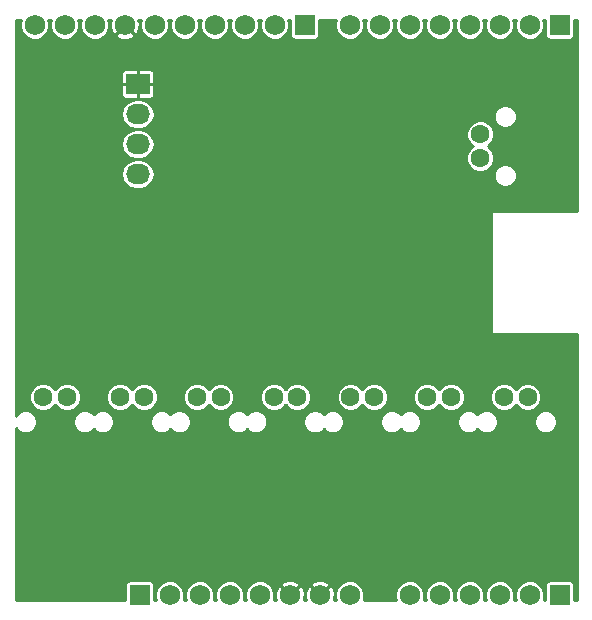
<source format=gbl>
G04 #@! TF.FileFunction,Copper,L2,Bot,Signal*
%FSLAX46Y46*%
G04 Gerber Fmt 4.6, Leading zero omitted, Abs format (unit mm)*
G04 Created by KiCad (PCBNEW 4.0.2-4+6225~38~ubuntu15.10.1-stable) date Mon 28 Mar 2016 16:33:14 BST*
%MOMM*%
G01*
G04 APERTURE LIST*
%ADD10C,0.100000*%
%ADD11R,1.727200X1.727200*%
%ADD12C,1.727200*%
%ADD13R,2.032000X1.727200*%
%ADD14O,2.032000X1.727200*%
%ADD15C,1.600000*%
%ADD16C,0.600000*%
%ADD17C,0.250000*%
%ADD18C,0.500000*%
G04 APERTURE END LIST*
D10*
D11*
X73660000Y-111760000D03*
D12*
X76200000Y-111760000D03*
X78740000Y-111760000D03*
X81280000Y-111760000D03*
X83820000Y-111760000D03*
X86360000Y-111760000D03*
X88900000Y-111760000D03*
X91440000Y-111760000D03*
D11*
X109220000Y-111760000D03*
D12*
X106680000Y-111760000D03*
X104140000Y-111760000D03*
X101600000Y-111760000D03*
X99060000Y-111760000D03*
X96520000Y-111760000D03*
D11*
X87630000Y-63500000D03*
D12*
X85090000Y-63500000D03*
X82550000Y-63500000D03*
X80010000Y-63500000D03*
X77470000Y-63500000D03*
X74930000Y-63500000D03*
X72390000Y-63500000D03*
X69850000Y-63500000D03*
X67310000Y-63500000D03*
X64770000Y-63500000D03*
D11*
X109220000Y-63500000D03*
D12*
X106680000Y-63500000D03*
X104140000Y-63500000D03*
X101600000Y-63500000D03*
X99060000Y-63500000D03*
X96520000Y-63500000D03*
X93980000Y-63500000D03*
X91440000Y-63500000D03*
D13*
X73500000Y-68500000D03*
D14*
X73500000Y-71040000D03*
X73500000Y-73580000D03*
X73500000Y-76120000D03*
D15*
X78500000Y-95000000D03*
X80500000Y-95000000D03*
X85000000Y-95000000D03*
X87000000Y-95000000D03*
X65500000Y-95000000D03*
X67500000Y-95000000D03*
X72000000Y-95000000D03*
X74000000Y-95000000D03*
X91500000Y-95000000D03*
X93500000Y-95000000D03*
X98000000Y-95000000D03*
X100000000Y-95000000D03*
X104500000Y-95000000D03*
X106500000Y-95000000D03*
X102500000Y-74750000D03*
X102500000Y-72750000D03*
D16*
X70000000Y-105000000D03*
X75000000Y-105000000D03*
X80000000Y-105000000D03*
X105000000Y-105000000D03*
X100000000Y-105000000D03*
X95000000Y-105000000D03*
X90000000Y-105000000D03*
X85000000Y-105000000D03*
X73500000Y-90500000D03*
X82500000Y-95500000D03*
X80000000Y-93000000D03*
X77500000Y-90500000D03*
X93500000Y-86500000D03*
X96000000Y-85000000D03*
X89000000Y-86500000D03*
X73500000Y-86500000D03*
X77500000Y-84250000D03*
X75500000Y-84500000D03*
X78000000Y-86500000D03*
X76000000Y-93000000D03*
X69000000Y-93000000D03*
X70500000Y-90500000D03*
X69500000Y-87500000D03*
X73000000Y-93000000D03*
X64500000Y-93000000D03*
X95000000Y-95000000D03*
X90000000Y-95000000D03*
X65000000Y-100000000D03*
X70000000Y-100000000D03*
X75000000Y-100000000D03*
X80000000Y-100000000D03*
X105000000Y-100000000D03*
X100000000Y-100000000D03*
X95000000Y-100000000D03*
X90000000Y-100000000D03*
X85000000Y-100000000D03*
X85000000Y-110000000D03*
X80000000Y-110000000D03*
X75000000Y-110000000D03*
X70000000Y-110000000D03*
X65000000Y-110000000D03*
X65000000Y-105000000D03*
X90000000Y-110000000D03*
X95000000Y-110000000D03*
X100000000Y-110000000D03*
X105000000Y-110000000D03*
X82500000Y-90000000D03*
X70000000Y-70000000D03*
X65000000Y-70000000D03*
X65000000Y-75000000D03*
X70000000Y-75000000D03*
X65000000Y-90000000D03*
X65000000Y-85000000D03*
X65000000Y-80000000D03*
X92500000Y-84250000D03*
X90000000Y-84500000D03*
X95000000Y-80000000D03*
X100000000Y-80000000D03*
X105000000Y-75000000D03*
X110000000Y-75000000D03*
X110000000Y-70000000D03*
X105000000Y-70000000D03*
X85000000Y-70000000D03*
X90000000Y-70000000D03*
X95000000Y-70000000D03*
X85000000Y-80000000D03*
X80000000Y-80000000D03*
X80000000Y-75000000D03*
X85000000Y-75000000D03*
X90000000Y-75000000D03*
X96250000Y-86750000D03*
X85500000Y-85500000D03*
X81250000Y-86750000D03*
X70750000Y-85500000D03*
X91000000Y-90000000D03*
X93000000Y-92000000D03*
X87500000Y-90000000D03*
X82500000Y-85000000D03*
X100000000Y-85000000D03*
X100000000Y-90000000D03*
X100000000Y-95000000D03*
X105000000Y-95000000D03*
D17*
X80000000Y-105000000D02*
X85000000Y-105000000D01*
X70000000Y-105000000D02*
X75000000Y-105000000D01*
X100000000Y-105000000D02*
X105000000Y-105000000D01*
X90000000Y-105000000D02*
X95000000Y-105000000D01*
D18*
X73500000Y-90500000D02*
X77500000Y-90500000D01*
X70500000Y-90500000D02*
X73500000Y-90500000D01*
X83000000Y-95000000D02*
X82500000Y-95500000D01*
X83000000Y-94500000D02*
X83000000Y-95000000D01*
X81500000Y-93000000D02*
X83000000Y-94500000D01*
X80000000Y-93000000D02*
X81500000Y-93000000D01*
X94500000Y-86500000D02*
X93500000Y-86500000D01*
D17*
X96000000Y-85000000D02*
X100000000Y-85000000D01*
D18*
X96000000Y-85000000D02*
X94500000Y-86500000D01*
X73500000Y-86500000D02*
X75500000Y-84500000D01*
X73000000Y-93000000D02*
X76000000Y-93000000D01*
X64500000Y-93000000D02*
X69000000Y-93000000D01*
X70500000Y-88500000D02*
X70500000Y-90500000D01*
X67500000Y-87500000D02*
X65000000Y-90000000D01*
X67500000Y-87500000D02*
X69500000Y-87500000D01*
X69500000Y-87500000D02*
X70500000Y-88500000D01*
X69000000Y-93000000D02*
X73000000Y-93000000D01*
X95000000Y-90000000D02*
X95000000Y-95000000D01*
X85000000Y-90000000D02*
X90000000Y-95000000D01*
X80000000Y-100000000D02*
X85000000Y-100000000D01*
D17*
X65000000Y-100000000D02*
X70000000Y-100000000D01*
X75000000Y-100000000D02*
X80000000Y-100000000D01*
D18*
X100000000Y-100000000D02*
X105000000Y-100000000D01*
X90000000Y-100000000D02*
X95000000Y-100000000D01*
D17*
X85000000Y-110000000D02*
X80000000Y-110000000D01*
X75000000Y-110000000D02*
X70000000Y-110000000D01*
X65000000Y-110000000D02*
X65000000Y-105000000D01*
X90000000Y-110000000D02*
X95000000Y-110000000D01*
X100000000Y-110000000D02*
X105000000Y-110000000D01*
X82500000Y-90000000D02*
X77000000Y-90000000D01*
X70000000Y-70000000D02*
X65000000Y-70000000D01*
X65000000Y-75000000D02*
X70000000Y-75000000D01*
X77000000Y-90000000D02*
X72500000Y-90000000D01*
X72500000Y-90000000D02*
X65000000Y-90000000D01*
X65000000Y-80000000D02*
X65000000Y-85000000D01*
X92500000Y-84250000D02*
X90250000Y-84250000D01*
X90250000Y-84250000D02*
X90000000Y-84500000D01*
X90000000Y-75000000D02*
X95000000Y-80000000D01*
X95000000Y-70000000D02*
X105000000Y-70000000D01*
X110000000Y-70000000D02*
X110000000Y-75000000D01*
X83500000Y-68500000D02*
X85000000Y-70000000D01*
X90000000Y-70000000D02*
X95000000Y-70000000D01*
X73500000Y-68500000D02*
X83500000Y-68500000D01*
X80000000Y-75000000D02*
X80000000Y-80000000D01*
X90000000Y-75000000D02*
X85000000Y-75000000D01*
X100000000Y-80000000D02*
X100000000Y-85000000D01*
X95000000Y-90000000D02*
X91000000Y-90000000D01*
X95000000Y-90000000D02*
X93000000Y-92000000D01*
X82500000Y-85000000D02*
X82500000Y-90000000D01*
X87500000Y-90000000D02*
X95000000Y-90000000D01*
X95000000Y-90000000D02*
X100000000Y-90000000D01*
X82500000Y-90000000D02*
X85000000Y-90000000D01*
X85000000Y-90000000D02*
X87500000Y-90000000D01*
G36*
X63531615Y-63252546D02*
X63531185Y-63745292D01*
X63719353Y-64200694D01*
X64067473Y-64549422D01*
X64522546Y-64738385D01*
X65015292Y-64738815D01*
X65470694Y-64550647D01*
X65819422Y-64202527D01*
X66008385Y-63747454D01*
X66008815Y-63254708D01*
X65924232Y-63050000D01*
X66155720Y-63050000D01*
X66071615Y-63252546D01*
X66071185Y-63745292D01*
X66259353Y-64200694D01*
X66607473Y-64549422D01*
X67062546Y-64738385D01*
X67555292Y-64738815D01*
X68010694Y-64550647D01*
X68359422Y-64202527D01*
X68548385Y-63747454D01*
X68548815Y-63254708D01*
X68464232Y-63050000D01*
X68695720Y-63050000D01*
X68611615Y-63252546D01*
X68611185Y-63745292D01*
X68799353Y-64200694D01*
X69147473Y-64549422D01*
X69602546Y-64738385D01*
X70095292Y-64738815D01*
X70550694Y-64550647D01*
X70766056Y-64335660D01*
X71561412Y-64335660D01*
X71645764Y-64532860D01*
X72097674Y-64739044D01*
X72594088Y-64756595D01*
X73059431Y-64582841D01*
X73134236Y-64532860D01*
X73218588Y-64335660D01*
X72390000Y-63507071D01*
X71561412Y-64335660D01*
X70766056Y-64335660D01*
X70899422Y-64202527D01*
X71088385Y-63747454D01*
X71088815Y-63254708D01*
X71004232Y-63050000D01*
X71222895Y-63050000D01*
X71150956Y-63207674D01*
X71133405Y-63704088D01*
X71307159Y-64169431D01*
X71357140Y-64244236D01*
X71554340Y-64328588D01*
X72382929Y-63500000D01*
X72368786Y-63485858D01*
X72375858Y-63478786D01*
X72390000Y-63492929D01*
X72404142Y-63478786D01*
X72411214Y-63485858D01*
X72397071Y-63500000D01*
X73225660Y-64328588D01*
X73422860Y-64244236D01*
X73629044Y-63792326D01*
X73646595Y-63295912D01*
X73554774Y-63050000D01*
X73775720Y-63050000D01*
X73691615Y-63252546D01*
X73691185Y-63745292D01*
X73879353Y-64200694D01*
X74227473Y-64549422D01*
X74682546Y-64738385D01*
X75175292Y-64738815D01*
X75630694Y-64550647D01*
X75979422Y-64202527D01*
X76168385Y-63747454D01*
X76168815Y-63254708D01*
X76084232Y-63050000D01*
X76315720Y-63050000D01*
X76231615Y-63252546D01*
X76231185Y-63745292D01*
X76419353Y-64200694D01*
X76767473Y-64549422D01*
X77222546Y-64738385D01*
X77715292Y-64738815D01*
X78170694Y-64550647D01*
X78519422Y-64202527D01*
X78708385Y-63747454D01*
X78708815Y-63254708D01*
X78624232Y-63050000D01*
X78855720Y-63050000D01*
X78771615Y-63252546D01*
X78771185Y-63745292D01*
X78959353Y-64200694D01*
X79307473Y-64549422D01*
X79762546Y-64738385D01*
X80255292Y-64738815D01*
X80710694Y-64550647D01*
X81059422Y-64202527D01*
X81248385Y-63747454D01*
X81248815Y-63254708D01*
X81164232Y-63050000D01*
X81395720Y-63050000D01*
X81311615Y-63252546D01*
X81311185Y-63745292D01*
X81499353Y-64200694D01*
X81847473Y-64549422D01*
X82302546Y-64738385D01*
X82795292Y-64738815D01*
X83250694Y-64550647D01*
X83599422Y-64202527D01*
X83788385Y-63747454D01*
X83788815Y-63254708D01*
X83704232Y-63050000D01*
X83935720Y-63050000D01*
X83851615Y-63252546D01*
X83851185Y-63745292D01*
X84039353Y-64200694D01*
X84387473Y-64549422D01*
X84842546Y-64738385D01*
X85335292Y-64738815D01*
X85790694Y-64550647D01*
X86139422Y-64202527D01*
X86328385Y-63747454D01*
X86328815Y-63254708D01*
X86244232Y-63050000D01*
X86384054Y-63050000D01*
X86384054Y-64363600D01*
X86410202Y-64502566D01*
X86492331Y-64630199D01*
X86617646Y-64715823D01*
X86766400Y-64745946D01*
X88493600Y-64745946D01*
X88632566Y-64719798D01*
X88760199Y-64637669D01*
X88845823Y-64512354D01*
X88875946Y-64363600D01*
X88875946Y-63050000D01*
X90285720Y-63050000D01*
X90201615Y-63252546D01*
X90201185Y-63745292D01*
X90389353Y-64200694D01*
X90737473Y-64549422D01*
X91192546Y-64738385D01*
X91685292Y-64738815D01*
X92140694Y-64550647D01*
X92489422Y-64202527D01*
X92678385Y-63747454D01*
X92678815Y-63254708D01*
X92594232Y-63050000D01*
X92825720Y-63050000D01*
X92741615Y-63252546D01*
X92741185Y-63745292D01*
X92929353Y-64200694D01*
X93277473Y-64549422D01*
X93732546Y-64738385D01*
X94225292Y-64738815D01*
X94680694Y-64550647D01*
X95029422Y-64202527D01*
X95218385Y-63747454D01*
X95218815Y-63254708D01*
X95134232Y-63050000D01*
X95365720Y-63050000D01*
X95281615Y-63252546D01*
X95281185Y-63745292D01*
X95469353Y-64200694D01*
X95817473Y-64549422D01*
X96272546Y-64738385D01*
X96765292Y-64738815D01*
X97220694Y-64550647D01*
X97569422Y-64202527D01*
X97758385Y-63747454D01*
X97758815Y-63254708D01*
X97674232Y-63050000D01*
X97905720Y-63050000D01*
X97821615Y-63252546D01*
X97821185Y-63745292D01*
X98009353Y-64200694D01*
X98357473Y-64549422D01*
X98812546Y-64738385D01*
X99305292Y-64738815D01*
X99760694Y-64550647D01*
X100109422Y-64202527D01*
X100298385Y-63747454D01*
X100298815Y-63254708D01*
X100214232Y-63050000D01*
X100445720Y-63050000D01*
X100361615Y-63252546D01*
X100361185Y-63745292D01*
X100549353Y-64200694D01*
X100897473Y-64549422D01*
X101352546Y-64738385D01*
X101845292Y-64738815D01*
X102300694Y-64550647D01*
X102649422Y-64202527D01*
X102838385Y-63747454D01*
X102838815Y-63254708D01*
X102754232Y-63050000D01*
X102985720Y-63050000D01*
X102901615Y-63252546D01*
X102901185Y-63745292D01*
X103089353Y-64200694D01*
X103437473Y-64549422D01*
X103892546Y-64738385D01*
X104385292Y-64738815D01*
X104840694Y-64550647D01*
X105189422Y-64202527D01*
X105378385Y-63747454D01*
X105378815Y-63254708D01*
X105294232Y-63050000D01*
X105525720Y-63050000D01*
X105441615Y-63252546D01*
X105441185Y-63745292D01*
X105629353Y-64200694D01*
X105977473Y-64549422D01*
X106432546Y-64738385D01*
X106925292Y-64738815D01*
X107380694Y-64550647D01*
X107729422Y-64202527D01*
X107918385Y-63747454D01*
X107918815Y-63254708D01*
X107834232Y-63050000D01*
X107974054Y-63050000D01*
X107974054Y-64363600D01*
X108000202Y-64502566D01*
X108082331Y-64630199D01*
X108207646Y-64715823D01*
X108356400Y-64745946D01*
X110083600Y-64745946D01*
X110222566Y-64719798D01*
X110350199Y-64637669D01*
X110435823Y-64512354D01*
X110465946Y-64363600D01*
X110465946Y-63050000D01*
X110650000Y-63050000D01*
X110650000Y-79250000D01*
X103505000Y-79250000D01*
X103456368Y-79259848D01*
X103415399Y-79287841D01*
X103388549Y-79329568D01*
X103380000Y-79375000D01*
X103380000Y-89535000D01*
X103389848Y-89583632D01*
X103417841Y-89624601D01*
X103459568Y-89651451D01*
X103505000Y-89660000D01*
X110650000Y-89660000D01*
X110650000Y-112150000D01*
X110465946Y-112150000D01*
X110465946Y-110896400D01*
X110439798Y-110757434D01*
X110357669Y-110629801D01*
X110232354Y-110544177D01*
X110083600Y-110514054D01*
X108356400Y-110514054D01*
X108217434Y-110540202D01*
X108089801Y-110622331D01*
X108004177Y-110747646D01*
X107974054Y-110896400D01*
X107974054Y-112150000D01*
X107859195Y-112150000D01*
X107918385Y-112007454D01*
X107918815Y-111514708D01*
X107730647Y-111059306D01*
X107382527Y-110710578D01*
X106927454Y-110521615D01*
X106434708Y-110521185D01*
X105979306Y-110709353D01*
X105630578Y-111057473D01*
X105441615Y-111512546D01*
X105441185Y-112005292D01*
X105500977Y-112150000D01*
X105319195Y-112150000D01*
X105378385Y-112007454D01*
X105378815Y-111514708D01*
X105190647Y-111059306D01*
X104842527Y-110710578D01*
X104387454Y-110521615D01*
X103894708Y-110521185D01*
X103439306Y-110709353D01*
X103090578Y-111057473D01*
X102901615Y-111512546D01*
X102901185Y-112005292D01*
X102960977Y-112150000D01*
X102779195Y-112150000D01*
X102838385Y-112007454D01*
X102838815Y-111514708D01*
X102650647Y-111059306D01*
X102302527Y-110710578D01*
X101847454Y-110521615D01*
X101354708Y-110521185D01*
X100899306Y-110709353D01*
X100550578Y-111057473D01*
X100361615Y-111512546D01*
X100361185Y-112005292D01*
X100420977Y-112150000D01*
X100239195Y-112150000D01*
X100298385Y-112007454D01*
X100298815Y-111514708D01*
X100110647Y-111059306D01*
X99762527Y-110710578D01*
X99307454Y-110521615D01*
X98814708Y-110521185D01*
X98359306Y-110709353D01*
X98010578Y-111057473D01*
X97821615Y-111512546D01*
X97821185Y-112005292D01*
X97880977Y-112150000D01*
X97699195Y-112150000D01*
X97758385Y-112007454D01*
X97758815Y-111514708D01*
X97570647Y-111059306D01*
X97222527Y-110710578D01*
X96767454Y-110521615D01*
X96274708Y-110521185D01*
X95819306Y-110709353D01*
X95470578Y-111057473D01*
X95281615Y-111512546D01*
X95281185Y-112005292D01*
X95340977Y-112150000D01*
X92619195Y-112150000D01*
X92678385Y-112007454D01*
X92678815Y-111514708D01*
X92490647Y-111059306D01*
X92142527Y-110710578D01*
X91687454Y-110521615D01*
X91194708Y-110521185D01*
X90739306Y-110709353D01*
X90390578Y-111057473D01*
X90201615Y-111512546D01*
X90201185Y-112005292D01*
X90260977Y-112150000D01*
X90094480Y-112150000D01*
X90139044Y-112052326D01*
X90156595Y-111555912D01*
X89982841Y-111090569D01*
X89932860Y-111015764D01*
X89735660Y-110931412D01*
X88907071Y-111760000D01*
X88921214Y-111774143D01*
X88914143Y-111781214D01*
X88900000Y-111767071D01*
X88885858Y-111781214D01*
X88878787Y-111774143D01*
X88892929Y-111760000D01*
X88064340Y-110931412D01*
X87867140Y-111015764D01*
X87660956Y-111467674D01*
X87643405Y-111964088D01*
X87712823Y-112150000D01*
X87554480Y-112150000D01*
X87599044Y-112052326D01*
X87616595Y-111555912D01*
X87442841Y-111090569D01*
X87392860Y-111015764D01*
X87195660Y-110931412D01*
X86367071Y-111760000D01*
X86381214Y-111774143D01*
X86374143Y-111781214D01*
X86360000Y-111767071D01*
X86345858Y-111781214D01*
X86338787Y-111774143D01*
X86352929Y-111760000D01*
X85524340Y-110931412D01*
X85327140Y-111015764D01*
X85120956Y-111467674D01*
X85103405Y-111964088D01*
X85172823Y-112150000D01*
X84999195Y-112150000D01*
X85058385Y-112007454D01*
X85058815Y-111514708D01*
X84870647Y-111059306D01*
X84735917Y-110924340D01*
X85531412Y-110924340D01*
X86360000Y-111752929D01*
X87188588Y-110924340D01*
X88071412Y-110924340D01*
X88900000Y-111752929D01*
X89728588Y-110924340D01*
X89644236Y-110727140D01*
X89192326Y-110520956D01*
X88695912Y-110503405D01*
X88230569Y-110677159D01*
X88155764Y-110727140D01*
X88071412Y-110924340D01*
X87188588Y-110924340D01*
X87104236Y-110727140D01*
X86652326Y-110520956D01*
X86155912Y-110503405D01*
X85690569Y-110677159D01*
X85615764Y-110727140D01*
X85531412Y-110924340D01*
X84735917Y-110924340D01*
X84522527Y-110710578D01*
X84067454Y-110521615D01*
X83574708Y-110521185D01*
X83119306Y-110709353D01*
X82770578Y-111057473D01*
X82581615Y-111512546D01*
X82581185Y-112005292D01*
X82640977Y-112150000D01*
X82459195Y-112150000D01*
X82518385Y-112007454D01*
X82518815Y-111514708D01*
X82330647Y-111059306D01*
X81982527Y-110710578D01*
X81527454Y-110521615D01*
X81034708Y-110521185D01*
X80579306Y-110709353D01*
X80230578Y-111057473D01*
X80041615Y-111512546D01*
X80041185Y-112005292D01*
X80100977Y-112150000D01*
X79919195Y-112150000D01*
X79978385Y-112007454D01*
X79978815Y-111514708D01*
X79790647Y-111059306D01*
X79442527Y-110710578D01*
X78987454Y-110521615D01*
X78494708Y-110521185D01*
X78039306Y-110709353D01*
X77690578Y-111057473D01*
X77501615Y-111512546D01*
X77501185Y-112005292D01*
X77560977Y-112150000D01*
X77379195Y-112150000D01*
X77438385Y-112007454D01*
X77438815Y-111514708D01*
X77250647Y-111059306D01*
X76902527Y-110710578D01*
X76447454Y-110521615D01*
X75954708Y-110521185D01*
X75499306Y-110709353D01*
X75150578Y-111057473D01*
X74961615Y-111512546D01*
X74961185Y-112005292D01*
X75020977Y-112150000D01*
X74905946Y-112150000D01*
X74905946Y-110896400D01*
X74879798Y-110757434D01*
X74797669Y-110629801D01*
X74672354Y-110544177D01*
X74523600Y-110514054D01*
X72796400Y-110514054D01*
X72657434Y-110540202D01*
X72529801Y-110622331D01*
X72444177Y-110747646D01*
X72414054Y-110896400D01*
X72414054Y-112150000D01*
X63150000Y-112150000D01*
X63150000Y-97596019D01*
X63172954Y-97651571D01*
X63446986Y-97926082D01*
X63805210Y-98074830D01*
X64193089Y-98075169D01*
X64551571Y-97927046D01*
X64826082Y-97653014D01*
X64974830Y-97294790D01*
X64974831Y-97293089D01*
X68024831Y-97293089D01*
X68172954Y-97651571D01*
X68446986Y-97926082D01*
X68805210Y-98074830D01*
X69193089Y-98075169D01*
X69551571Y-97927046D01*
X69750106Y-97728858D01*
X69946986Y-97926082D01*
X70305210Y-98074830D01*
X70693089Y-98075169D01*
X71051571Y-97927046D01*
X71326082Y-97653014D01*
X71474830Y-97294790D01*
X71474831Y-97293089D01*
X74524831Y-97293089D01*
X74672954Y-97651571D01*
X74946986Y-97926082D01*
X75305210Y-98074830D01*
X75693089Y-98075169D01*
X76051571Y-97927046D01*
X76250106Y-97728858D01*
X76446986Y-97926082D01*
X76805210Y-98074830D01*
X77193089Y-98075169D01*
X77551571Y-97927046D01*
X77826082Y-97653014D01*
X77974830Y-97294790D01*
X77974831Y-97293089D01*
X81024831Y-97293089D01*
X81172954Y-97651571D01*
X81446986Y-97926082D01*
X81805210Y-98074830D01*
X82193089Y-98075169D01*
X82551571Y-97927046D01*
X82750106Y-97728858D01*
X82946986Y-97926082D01*
X83305210Y-98074830D01*
X83693089Y-98075169D01*
X84051571Y-97927046D01*
X84326082Y-97653014D01*
X84474830Y-97294790D01*
X84474831Y-97293089D01*
X87524831Y-97293089D01*
X87672954Y-97651571D01*
X87946986Y-97926082D01*
X88305210Y-98074830D01*
X88693089Y-98075169D01*
X89051571Y-97927046D01*
X89250106Y-97728858D01*
X89446986Y-97926082D01*
X89805210Y-98074830D01*
X90193089Y-98075169D01*
X90551571Y-97927046D01*
X90826082Y-97653014D01*
X90974830Y-97294790D01*
X90974831Y-97293089D01*
X94024831Y-97293089D01*
X94172954Y-97651571D01*
X94446986Y-97926082D01*
X94805210Y-98074830D01*
X95193089Y-98075169D01*
X95551571Y-97927046D01*
X95750106Y-97728858D01*
X95946986Y-97926082D01*
X96305210Y-98074830D01*
X96693089Y-98075169D01*
X97051571Y-97927046D01*
X97326082Y-97653014D01*
X97474830Y-97294790D01*
X97474831Y-97293089D01*
X100524831Y-97293089D01*
X100672954Y-97651571D01*
X100946986Y-97926082D01*
X101305210Y-98074830D01*
X101693089Y-98075169D01*
X102051571Y-97927046D01*
X102250106Y-97728858D01*
X102446986Y-97926082D01*
X102805210Y-98074830D01*
X103193089Y-98075169D01*
X103551571Y-97927046D01*
X103826082Y-97653014D01*
X103974830Y-97294790D01*
X103974831Y-97293089D01*
X107024831Y-97293089D01*
X107172954Y-97651571D01*
X107446986Y-97926082D01*
X107805210Y-98074830D01*
X108193089Y-98075169D01*
X108551571Y-97927046D01*
X108826082Y-97653014D01*
X108974830Y-97294790D01*
X108975169Y-96906911D01*
X108827046Y-96548429D01*
X108553014Y-96273918D01*
X108194790Y-96125170D01*
X107806911Y-96124831D01*
X107448429Y-96272954D01*
X107173918Y-96546986D01*
X107025170Y-96905210D01*
X107024831Y-97293089D01*
X103974831Y-97293089D01*
X103975169Y-96906911D01*
X103827046Y-96548429D01*
X103553014Y-96273918D01*
X103194790Y-96125170D01*
X102806911Y-96124831D01*
X102448429Y-96272954D01*
X102249894Y-96471142D01*
X102053014Y-96273918D01*
X101694790Y-96125170D01*
X101306911Y-96124831D01*
X100948429Y-96272954D01*
X100673918Y-96546986D01*
X100525170Y-96905210D01*
X100524831Y-97293089D01*
X97474831Y-97293089D01*
X97475169Y-96906911D01*
X97327046Y-96548429D01*
X97053014Y-96273918D01*
X96694790Y-96125170D01*
X96306911Y-96124831D01*
X95948429Y-96272954D01*
X95749894Y-96471142D01*
X95553014Y-96273918D01*
X95194790Y-96125170D01*
X94806911Y-96124831D01*
X94448429Y-96272954D01*
X94173918Y-96546986D01*
X94025170Y-96905210D01*
X94024831Y-97293089D01*
X90974831Y-97293089D01*
X90975169Y-96906911D01*
X90827046Y-96548429D01*
X90553014Y-96273918D01*
X90194790Y-96125170D01*
X89806911Y-96124831D01*
X89448429Y-96272954D01*
X89249894Y-96471142D01*
X89053014Y-96273918D01*
X88694790Y-96125170D01*
X88306911Y-96124831D01*
X87948429Y-96272954D01*
X87673918Y-96546986D01*
X87525170Y-96905210D01*
X87524831Y-97293089D01*
X84474831Y-97293089D01*
X84475169Y-96906911D01*
X84327046Y-96548429D01*
X84053014Y-96273918D01*
X83694790Y-96125170D01*
X83306911Y-96124831D01*
X82948429Y-96272954D01*
X82749894Y-96471142D01*
X82553014Y-96273918D01*
X82194790Y-96125170D01*
X81806911Y-96124831D01*
X81448429Y-96272954D01*
X81173918Y-96546986D01*
X81025170Y-96905210D01*
X81024831Y-97293089D01*
X77974831Y-97293089D01*
X77975169Y-96906911D01*
X77827046Y-96548429D01*
X77553014Y-96273918D01*
X77194790Y-96125170D01*
X76806911Y-96124831D01*
X76448429Y-96272954D01*
X76249894Y-96471142D01*
X76053014Y-96273918D01*
X75694790Y-96125170D01*
X75306911Y-96124831D01*
X74948429Y-96272954D01*
X74673918Y-96546986D01*
X74525170Y-96905210D01*
X74524831Y-97293089D01*
X71474831Y-97293089D01*
X71475169Y-96906911D01*
X71327046Y-96548429D01*
X71053014Y-96273918D01*
X70694790Y-96125170D01*
X70306911Y-96124831D01*
X69948429Y-96272954D01*
X69749894Y-96471142D01*
X69553014Y-96273918D01*
X69194790Y-96125170D01*
X68806911Y-96124831D01*
X68448429Y-96272954D01*
X68173918Y-96546986D01*
X68025170Y-96905210D01*
X68024831Y-97293089D01*
X64974831Y-97293089D01*
X64975169Y-96906911D01*
X64827046Y-96548429D01*
X64553014Y-96273918D01*
X64194790Y-96125170D01*
X63806911Y-96124831D01*
X63448429Y-96272954D01*
X63173918Y-96546986D01*
X63150000Y-96604587D01*
X63150000Y-95232697D01*
X64324796Y-95232697D01*
X64503302Y-95664715D01*
X64833547Y-95995536D01*
X65265253Y-96174796D01*
X65732697Y-96175204D01*
X66164715Y-95996698D01*
X66495536Y-95666453D01*
X66499789Y-95656212D01*
X66503302Y-95664715D01*
X66833547Y-95995536D01*
X67265253Y-96174796D01*
X67732697Y-96175204D01*
X68164715Y-95996698D01*
X68495536Y-95666453D01*
X68674796Y-95234747D01*
X68674797Y-95232697D01*
X70824796Y-95232697D01*
X71003302Y-95664715D01*
X71333547Y-95995536D01*
X71765253Y-96174796D01*
X72232697Y-96175204D01*
X72664715Y-95996698D01*
X72995536Y-95666453D01*
X72999789Y-95656212D01*
X73003302Y-95664715D01*
X73333547Y-95995536D01*
X73765253Y-96174796D01*
X74232697Y-96175204D01*
X74664715Y-95996698D01*
X74995536Y-95666453D01*
X75174796Y-95234747D01*
X75174797Y-95232697D01*
X77324796Y-95232697D01*
X77503302Y-95664715D01*
X77833547Y-95995536D01*
X78265253Y-96174796D01*
X78732697Y-96175204D01*
X79164715Y-95996698D01*
X79495536Y-95666453D01*
X79499789Y-95656212D01*
X79503302Y-95664715D01*
X79833547Y-95995536D01*
X80265253Y-96174796D01*
X80732697Y-96175204D01*
X81164715Y-95996698D01*
X81495536Y-95666453D01*
X81674796Y-95234747D01*
X81674797Y-95232697D01*
X83824796Y-95232697D01*
X84003302Y-95664715D01*
X84333547Y-95995536D01*
X84765253Y-96174796D01*
X85232697Y-96175204D01*
X85664715Y-95996698D01*
X85995536Y-95666453D01*
X85999789Y-95656212D01*
X86003302Y-95664715D01*
X86333547Y-95995536D01*
X86765253Y-96174796D01*
X87232697Y-96175204D01*
X87664715Y-95996698D01*
X87995536Y-95666453D01*
X88174796Y-95234747D01*
X88174797Y-95232697D01*
X90324796Y-95232697D01*
X90503302Y-95664715D01*
X90833547Y-95995536D01*
X91265253Y-96174796D01*
X91732697Y-96175204D01*
X92164715Y-95996698D01*
X92495536Y-95666453D01*
X92499789Y-95656212D01*
X92503302Y-95664715D01*
X92833547Y-95995536D01*
X93265253Y-96174796D01*
X93732697Y-96175204D01*
X94164715Y-95996698D01*
X94495536Y-95666453D01*
X94674796Y-95234747D01*
X94674797Y-95232697D01*
X96824796Y-95232697D01*
X97003302Y-95664715D01*
X97333547Y-95995536D01*
X97765253Y-96174796D01*
X98232697Y-96175204D01*
X98664715Y-95996698D01*
X98995536Y-95666453D01*
X98999789Y-95656212D01*
X99003302Y-95664715D01*
X99333547Y-95995536D01*
X99765253Y-96174796D01*
X100232697Y-96175204D01*
X100664715Y-95996698D01*
X100995536Y-95666453D01*
X101174796Y-95234747D01*
X101174797Y-95232697D01*
X103324796Y-95232697D01*
X103503302Y-95664715D01*
X103833547Y-95995536D01*
X104265253Y-96174796D01*
X104732697Y-96175204D01*
X105164715Y-95996698D01*
X105495536Y-95666453D01*
X105499789Y-95656212D01*
X105503302Y-95664715D01*
X105833547Y-95995536D01*
X106265253Y-96174796D01*
X106732697Y-96175204D01*
X107164715Y-95996698D01*
X107495536Y-95666453D01*
X107674796Y-95234747D01*
X107675204Y-94767303D01*
X107496698Y-94335285D01*
X107166453Y-94004464D01*
X106734747Y-93825204D01*
X106267303Y-93824796D01*
X105835285Y-94003302D01*
X105504464Y-94333547D01*
X105500211Y-94343788D01*
X105496698Y-94335285D01*
X105166453Y-94004464D01*
X104734747Y-93825204D01*
X104267303Y-93824796D01*
X103835285Y-94003302D01*
X103504464Y-94333547D01*
X103325204Y-94765253D01*
X103324796Y-95232697D01*
X101174797Y-95232697D01*
X101175204Y-94767303D01*
X100996698Y-94335285D01*
X100666453Y-94004464D01*
X100234747Y-93825204D01*
X99767303Y-93824796D01*
X99335285Y-94003302D01*
X99004464Y-94333547D01*
X99000211Y-94343788D01*
X98996698Y-94335285D01*
X98666453Y-94004464D01*
X98234747Y-93825204D01*
X97767303Y-93824796D01*
X97335285Y-94003302D01*
X97004464Y-94333547D01*
X96825204Y-94765253D01*
X96824796Y-95232697D01*
X94674797Y-95232697D01*
X94675204Y-94767303D01*
X94496698Y-94335285D01*
X94166453Y-94004464D01*
X93734747Y-93825204D01*
X93267303Y-93824796D01*
X92835285Y-94003302D01*
X92504464Y-94333547D01*
X92500211Y-94343788D01*
X92496698Y-94335285D01*
X92166453Y-94004464D01*
X91734747Y-93825204D01*
X91267303Y-93824796D01*
X90835285Y-94003302D01*
X90504464Y-94333547D01*
X90325204Y-94765253D01*
X90324796Y-95232697D01*
X88174797Y-95232697D01*
X88175204Y-94767303D01*
X87996698Y-94335285D01*
X87666453Y-94004464D01*
X87234747Y-93825204D01*
X86767303Y-93824796D01*
X86335285Y-94003302D01*
X86004464Y-94333547D01*
X86000211Y-94343788D01*
X85996698Y-94335285D01*
X85666453Y-94004464D01*
X85234747Y-93825204D01*
X84767303Y-93824796D01*
X84335285Y-94003302D01*
X84004464Y-94333547D01*
X83825204Y-94765253D01*
X83824796Y-95232697D01*
X81674797Y-95232697D01*
X81675204Y-94767303D01*
X81496698Y-94335285D01*
X81166453Y-94004464D01*
X80734747Y-93825204D01*
X80267303Y-93824796D01*
X79835285Y-94003302D01*
X79504464Y-94333547D01*
X79500211Y-94343788D01*
X79496698Y-94335285D01*
X79166453Y-94004464D01*
X78734747Y-93825204D01*
X78267303Y-93824796D01*
X77835285Y-94003302D01*
X77504464Y-94333547D01*
X77325204Y-94765253D01*
X77324796Y-95232697D01*
X75174797Y-95232697D01*
X75175204Y-94767303D01*
X74996698Y-94335285D01*
X74666453Y-94004464D01*
X74234747Y-93825204D01*
X73767303Y-93824796D01*
X73335285Y-94003302D01*
X73004464Y-94333547D01*
X73000211Y-94343788D01*
X72996698Y-94335285D01*
X72666453Y-94004464D01*
X72234747Y-93825204D01*
X71767303Y-93824796D01*
X71335285Y-94003302D01*
X71004464Y-94333547D01*
X70825204Y-94765253D01*
X70824796Y-95232697D01*
X68674797Y-95232697D01*
X68675204Y-94767303D01*
X68496698Y-94335285D01*
X68166453Y-94004464D01*
X67734747Y-93825204D01*
X67267303Y-93824796D01*
X66835285Y-94003302D01*
X66504464Y-94333547D01*
X66500211Y-94343788D01*
X66496698Y-94335285D01*
X66166453Y-94004464D01*
X65734747Y-93825204D01*
X65267303Y-93824796D01*
X64835285Y-94003302D01*
X64504464Y-94333547D01*
X64325204Y-94765253D01*
X64324796Y-95232697D01*
X63150000Y-95232697D01*
X63150000Y-76120000D01*
X72081749Y-76120000D01*
X72176032Y-76593992D01*
X72444527Y-76995822D01*
X72846357Y-77264317D01*
X73320349Y-77358600D01*
X73679651Y-77358600D01*
X74153643Y-77264317D01*
X74555473Y-76995822D01*
X74823968Y-76593992D01*
X74853984Y-76443089D01*
X103624831Y-76443089D01*
X103772954Y-76801571D01*
X104046986Y-77076082D01*
X104405210Y-77224830D01*
X104793089Y-77225169D01*
X105151571Y-77077046D01*
X105426082Y-76803014D01*
X105574830Y-76444790D01*
X105575169Y-76056911D01*
X105427046Y-75698429D01*
X105153014Y-75423918D01*
X104794790Y-75275170D01*
X104406911Y-75274831D01*
X104048429Y-75422954D01*
X103773918Y-75696986D01*
X103625170Y-76055210D01*
X103624831Y-76443089D01*
X74853984Y-76443089D01*
X74918251Y-76120000D01*
X74823968Y-75646008D01*
X74555473Y-75244178D01*
X74153643Y-74975683D01*
X73679651Y-74881400D01*
X73320349Y-74881400D01*
X72846357Y-74975683D01*
X72444527Y-75244178D01*
X72176032Y-75646008D01*
X72081749Y-76120000D01*
X63150000Y-76120000D01*
X63150000Y-73580000D01*
X72081749Y-73580000D01*
X72176032Y-74053992D01*
X72444527Y-74455822D01*
X72846357Y-74724317D01*
X73320349Y-74818600D01*
X73679651Y-74818600D01*
X74153643Y-74724317D01*
X74555473Y-74455822D01*
X74823968Y-74053992D01*
X74918251Y-73580000D01*
X74823968Y-73106008D01*
X74741574Y-72982697D01*
X101324796Y-72982697D01*
X101503302Y-73414715D01*
X101833547Y-73745536D01*
X101843788Y-73749789D01*
X101835285Y-73753302D01*
X101504464Y-74083547D01*
X101325204Y-74515253D01*
X101324796Y-74982697D01*
X101503302Y-75414715D01*
X101833547Y-75745536D01*
X102265253Y-75924796D01*
X102732697Y-75925204D01*
X103164715Y-75746698D01*
X103495536Y-75416453D01*
X103674796Y-74984747D01*
X103675204Y-74517303D01*
X103496698Y-74085285D01*
X103166453Y-73754464D01*
X103156212Y-73750211D01*
X103164715Y-73746698D01*
X103495536Y-73416453D01*
X103674796Y-72984747D01*
X103675204Y-72517303D01*
X103496698Y-72085285D01*
X103166453Y-71754464D01*
X102734747Y-71575204D01*
X102267303Y-71574796D01*
X101835285Y-71753302D01*
X101504464Y-72083547D01*
X101325204Y-72515253D01*
X101324796Y-72982697D01*
X74741574Y-72982697D01*
X74555473Y-72704178D01*
X74153643Y-72435683D01*
X73679651Y-72341400D01*
X73320349Y-72341400D01*
X72846357Y-72435683D01*
X72444527Y-72704178D01*
X72176032Y-73106008D01*
X72081749Y-73580000D01*
X63150000Y-73580000D01*
X63150000Y-71040000D01*
X72081749Y-71040000D01*
X72176032Y-71513992D01*
X72444527Y-71915822D01*
X72846357Y-72184317D01*
X73320349Y-72278600D01*
X73679651Y-72278600D01*
X74153643Y-72184317D01*
X74555473Y-71915822D01*
X74823968Y-71513992D01*
X74838071Y-71443089D01*
X103624831Y-71443089D01*
X103772954Y-71801571D01*
X104046986Y-72076082D01*
X104405210Y-72224830D01*
X104793089Y-72225169D01*
X105151571Y-72077046D01*
X105426082Y-71803014D01*
X105574830Y-71444790D01*
X105575169Y-71056911D01*
X105427046Y-70698429D01*
X105153014Y-70423918D01*
X104794790Y-70275170D01*
X104406911Y-70274831D01*
X104048429Y-70422954D01*
X103773918Y-70696986D01*
X103625170Y-71055210D01*
X103624831Y-71443089D01*
X74838071Y-71443089D01*
X74918251Y-71040000D01*
X74823968Y-70566008D01*
X74555473Y-70164178D01*
X74153643Y-69895683D01*
X73679651Y-69801400D01*
X73320349Y-69801400D01*
X72846357Y-69895683D01*
X72444527Y-70164178D01*
X72176032Y-70566008D01*
X72081749Y-71040000D01*
X63150000Y-71040000D01*
X63150000Y-68601250D01*
X72099000Y-68601250D01*
X72099000Y-69440182D01*
X72157613Y-69581685D01*
X72265915Y-69689987D01*
X72407419Y-69748600D01*
X73398750Y-69748600D01*
X73495000Y-69652350D01*
X73495000Y-68505000D01*
X73505000Y-68505000D01*
X73505000Y-69652350D01*
X73601250Y-69748600D01*
X74592581Y-69748600D01*
X74734085Y-69689987D01*
X74842387Y-69581685D01*
X74901000Y-69440182D01*
X74901000Y-68601250D01*
X74804750Y-68505000D01*
X73505000Y-68505000D01*
X73495000Y-68505000D01*
X72195250Y-68505000D01*
X72099000Y-68601250D01*
X63150000Y-68601250D01*
X63150000Y-67559818D01*
X72099000Y-67559818D01*
X72099000Y-68398750D01*
X72195250Y-68495000D01*
X73495000Y-68495000D01*
X73495000Y-67347650D01*
X73505000Y-67347650D01*
X73505000Y-68495000D01*
X74804750Y-68495000D01*
X74901000Y-68398750D01*
X74901000Y-67559818D01*
X74842387Y-67418315D01*
X74734085Y-67310013D01*
X74592581Y-67251400D01*
X73601250Y-67251400D01*
X73505000Y-67347650D01*
X73495000Y-67347650D01*
X73398750Y-67251400D01*
X72407419Y-67251400D01*
X72265915Y-67310013D01*
X72157613Y-67418315D01*
X72099000Y-67559818D01*
X63150000Y-67559818D01*
X63150000Y-63050000D01*
X63615720Y-63050000D01*
X63531615Y-63252546D01*
X63531615Y-63252546D01*
G37*
X63531615Y-63252546D02*
X63531185Y-63745292D01*
X63719353Y-64200694D01*
X64067473Y-64549422D01*
X64522546Y-64738385D01*
X65015292Y-64738815D01*
X65470694Y-64550647D01*
X65819422Y-64202527D01*
X66008385Y-63747454D01*
X66008815Y-63254708D01*
X65924232Y-63050000D01*
X66155720Y-63050000D01*
X66071615Y-63252546D01*
X66071185Y-63745292D01*
X66259353Y-64200694D01*
X66607473Y-64549422D01*
X67062546Y-64738385D01*
X67555292Y-64738815D01*
X68010694Y-64550647D01*
X68359422Y-64202527D01*
X68548385Y-63747454D01*
X68548815Y-63254708D01*
X68464232Y-63050000D01*
X68695720Y-63050000D01*
X68611615Y-63252546D01*
X68611185Y-63745292D01*
X68799353Y-64200694D01*
X69147473Y-64549422D01*
X69602546Y-64738385D01*
X70095292Y-64738815D01*
X70550694Y-64550647D01*
X70766056Y-64335660D01*
X71561412Y-64335660D01*
X71645764Y-64532860D01*
X72097674Y-64739044D01*
X72594088Y-64756595D01*
X73059431Y-64582841D01*
X73134236Y-64532860D01*
X73218588Y-64335660D01*
X72390000Y-63507071D01*
X71561412Y-64335660D01*
X70766056Y-64335660D01*
X70899422Y-64202527D01*
X71088385Y-63747454D01*
X71088815Y-63254708D01*
X71004232Y-63050000D01*
X71222895Y-63050000D01*
X71150956Y-63207674D01*
X71133405Y-63704088D01*
X71307159Y-64169431D01*
X71357140Y-64244236D01*
X71554340Y-64328588D01*
X72382929Y-63500000D01*
X72368786Y-63485858D01*
X72375858Y-63478786D01*
X72390000Y-63492929D01*
X72404142Y-63478786D01*
X72411214Y-63485858D01*
X72397071Y-63500000D01*
X73225660Y-64328588D01*
X73422860Y-64244236D01*
X73629044Y-63792326D01*
X73646595Y-63295912D01*
X73554774Y-63050000D01*
X73775720Y-63050000D01*
X73691615Y-63252546D01*
X73691185Y-63745292D01*
X73879353Y-64200694D01*
X74227473Y-64549422D01*
X74682546Y-64738385D01*
X75175292Y-64738815D01*
X75630694Y-64550647D01*
X75979422Y-64202527D01*
X76168385Y-63747454D01*
X76168815Y-63254708D01*
X76084232Y-63050000D01*
X76315720Y-63050000D01*
X76231615Y-63252546D01*
X76231185Y-63745292D01*
X76419353Y-64200694D01*
X76767473Y-64549422D01*
X77222546Y-64738385D01*
X77715292Y-64738815D01*
X78170694Y-64550647D01*
X78519422Y-64202527D01*
X78708385Y-63747454D01*
X78708815Y-63254708D01*
X78624232Y-63050000D01*
X78855720Y-63050000D01*
X78771615Y-63252546D01*
X78771185Y-63745292D01*
X78959353Y-64200694D01*
X79307473Y-64549422D01*
X79762546Y-64738385D01*
X80255292Y-64738815D01*
X80710694Y-64550647D01*
X81059422Y-64202527D01*
X81248385Y-63747454D01*
X81248815Y-63254708D01*
X81164232Y-63050000D01*
X81395720Y-63050000D01*
X81311615Y-63252546D01*
X81311185Y-63745292D01*
X81499353Y-64200694D01*
X81847473Y-64549422D01*
X82302546Y-64738385D01*
X82795292Y-64738815D01*
X83250694Y-64550647D01*
X83599422Y-64202527D01*
X83788385Y-63747454D01*
X83788815Y-63254708D01*
X83704232Y-63050000D01*
X83935720Y-63050000D01*
X83851615Y-63252546D01*
X83851185Y-63745292D01*
X84039353Y-64200694D01*
X84387473Y-64549422D01*
X84842546Y-64738385D01*
X85335292Y-64738815D01*
X85790694Y-64550647D01*
X86139422Y-64202527D01*
X86328385Y-63747454D01*
X86328815Y-63254708D01*
X86244232Y-63050000D01*
X86384054Y-63050000D01*
X86384054Y-64363600D01*
X86410202Y-64502566D01*
X86492331Y-64630199D01*
X86617646Y-64715823D01*
X86766400Y-64745946D01*
X88493600Y-64745946D01*
X88632566Y-64719798D01*
X88760199Y-64637669D01*
X88845823Y-64512354D01*
X88875946Y-64363600D01*
X88875946Y-63050000D01*
X90285720Y-63050000D01*
X90201615Y-63252546D01*
X90201185Y-63745292D01*
X90389353Y-64200694D01*
X90737473Y-64549422D01*
X91192546Y-64738385D01*
X91685292Y-64738815D01*
X92140694Y-64550647D01*
X92489422Y-64202527D01*
X92678385Y-63747454D01*
X92678815Y-63254708D01*
X92594232Y-63050000D01*
X92825720Y-63050000D01*
X92741615Y-63252546D01*
X92741185Y-63745292D01*
X92929353Y-64200694D01*
X93277473Y-64549422D01*
X93732546Y-64738385D01*
X94225292Y-64738815D01*
X94680694Y-64550647D01*
X95029422Y-64202527D01*
X95218385Y-63747454D01*
X95218815Y-63254708D01*
X95134232Y-63050000D01*
X95365720Y-63050000D01*
X95281615Y-63252546D01*
X95281185Y-63745292D01*
X95469353Y-64200694D01*
X95817473Y-64549422D01*
X96272546Y-64738385D01*
X96765292Y-64738815D01*
X97220694Y-64550647D01*
X97569422Y-64202527D01*
X97758385Y-63747454D01*
X97758815Y-63254708D01*
X97674232Y-63050000D01*
X97905720Y-63050000D01*
X97821615Y-63252546D01*
X97821185Y-63745292D01*
X98009353Y-64200694D01*
X98357473Y-64549422D01*
X98812546Y-64738385D01*
X99305292Y-64738815D01*
X99760694Y-64550647D01*
X100109422Y-64202527D01*
X100298385Y-63747454D01*
X100298815Y-63254708D01*
X100214232Y-63050000D01*
X100445720Y-63050000D01*
X100361615Y-63252546D01*
X100361185Y-63745292D01*
X100549353Y-64200694D01*
X100897473Y-64549422D01*
X101352546Y-64738385D01*
X101845292Y-64738815D01*
X102300694Y-64550647D01*
X102649422Y-64202527D01*
X102838385Y-63747454D01*
X102838815Y-63254708D01*
X102754232Y-63050000D01*
X102985720Y-63050000D01*
X102901615Y-63252546D01*
X102901185Y-63745292D01*
X103089353Y-64200694D01*
X103437473Y-64549422D01*
X103892546Y-64738385D01*
X104385292Y-64738815D01*
X104840694Y-64550647D01*
X105189422Y-64202527D01*
X105378385Y-63747454D01*
X105378815Y-63254708D01*
X105294232Y-63050000D01*
X105525720Y-63050000D01*
X105441615Y-63252546D01*
X105441185Y-63745292D01*
X105629353Y-64200694D01*
X105977473Y-64549422D01*
X106432546Y-64738385D01*
X106925292Y-64738815D01*
X107380694Y-64550647D01*
X107729422Y-64202527D01*
X107918385Y-63747454D01*
X107918815Y-63254708D01*
X107834232Y-63050000D01*
X107974054Y-63050000D01*
X107974054Y-64363600D01*
X108000202Y-64502566D01*
X108082331Y-64630199D01*
X108207646Y-64715823D01*
X108356400Y-64745946D01*
X110083600Y-64745946D01*
X110222566Y-64719798D01*
X110350199Y-64637669D01*
X110435823Y-64512354D01*
X110465946Y-64363600D01*
X110465946Y-63050000D01*
X110650000Y-63050000D01*
X110650000Y-79250000D01*
X103505000Y-79250000D01*
X103456368Y-79259848D01*
X103415399Y-79287841D01*
X103388549Y-79329568D01*
X103380000Y-79375000D01*
X103380000Y-89535000D01*
X103389848Y-89583632D01*
X103417841Y-89624601D01*
X103459568Y-89651451D01*
X103505000Y-89660000D01*
X110650000Y-89660000D01*
X110650000Y-112150000D01*
X110465946Y-112150000D01*
X110465946Y-110896400D01*
X110439798Y-110757434D01*
X110357669Y-110629801D01*
X110232354Y-110544177D01*
X110083600Y-110514054D01*
X108356400Y-110514054D01*
X108217434Y-110540202D01*
X108089801Y-110622331D01*
X108004177Y-110747646D01*
X107974054Y-110896400D01*
X107974054Y-112150000D01*
X107859195Y-112150000D01*
X107918385Y-112007454D01*
X107918815Y-111514708D01*
X107730647Y-111059306D01*
X107382527Y-110710578D01*
X106927454Y-110521615D01*
X106434708Y-110521185D01*
X105979306Y-110709353D01*
X105630578Y-111057473D01*
X105441615Y-111512546D01*
X105441185Y-112005292D01*
X105500977Y-112150000D01*
X105319195Y-112150000D01*
X105378385Y-112007454D01*
X105378815Y-111514708D01*
X105190647Y-111059306D01*
X104842527Y-110710578D01*
X104387454Y-110521615D01*
X103894708Y-110521185D01*
X103439306Y-110709353D01*
X103090578Y-111057473D01*
X102901615Y-111512546D01*
X102901185Y-112005292D01*
X102960977Y-112150000D01*
X102779195Y-112150000D01*
X102838385Y-112007454D01*
X102838815Y-111514708D01*
X102650647Y-111059306D01*
X102302527Y-110710578D01*
X101847454Y-110521615D01*
X101354708Y-110521185D01*
X100899306Y-110709353D01*
X100550578Y-111057473D01*
X100361615Y-111512546D01*
X100361185Y-112005292D01*
X100420977Y-112150000D01*
X100239195Y-112150000D01*
X100298385Y-112007454D01*
X100298815Y-111514708D01*
X100110647Y-111059306D01*
X99762527Y-110710578D01*
X99307454Y-110521615D01*
X98814708Y-110521185D01*
X98359306Y-110709353D01*
X98010578Y-111057473D01*
X97821615Y-111512546D01*
X97821185Y-112005292D01*
X97880977Y-112150000D01*
X97699195Y-112150000D01*
X97758385Y-112007454D01*
X97758815Y-111514708D01*
X97570647Y-111059306D01*
X97222527Y-110710578D01*
X96767454Y-110521615D01*
X96274708Y-110521185D01*
X95819306Y-110709353D01*
X95470578Y-111057473D01*
X95281615Y-111512546D01*
X95281185Y-112005292D01*
X95340977Y-112150000D01*
X92619195Y-112150000D01*
X92678385Y-112007454D01*
X92678815Y-111514708D01*
X92490647Y-111059306D01*
X92142527Y-110710578D01*
X91687454Y-110521615D01*
X91194708Y-110521185D01*
X90739306Y-110709353D01*
X90390578Y-111057473D01*
X90201615Y-111512546D01*
X90201185Y-112005292D01*
X90260977Y-112150000D01*
X90094480Y-112150000D01*
X90139044Y-112052326D01*
X90156595Y-111555912D01*
X89982841Y-111090569D01*
X89932860Y-111015764D01*
X89735660Y-110931412D01*
X88907071Y-111760000D01*
X88921214Y-111774143D01*
X88914143Y-111781214D01*
X88900000Y-111767071D01*
X88885858Y-111781214D01*
X88878787Y-111774143D01*
X88892929Y-111760000D01*
X88064340Y-110931412D01*
X87867140Y-111015764D01*
X87660956Y-111467674D01*
X87643405Y-111964088D01*
X87712823Y-112150000D01*
X87554480Y-112150000D01*
X87599044Y-112052326D01*
X87616595Y-111555912D01*
X87442841Y-111090569D01*
X87392860Y-111015764D01*
X87195660Y-110931412D01*
X86367071Y-111760000D01*
X86381214Y-111774143D01*
X86374143Y-111781214D01*
X86360000Y-111767071D01*
X86345858Y-111781214D01*
X86338787Y-111774143D01*
X86352929Y-111760000D01*
X85524340Y-110931412D01*
X85327140Y-111015764D01*
X85120956Y-111467674D01*
X85103405Y-111964088D01*
X85172823Y-112150000D01*
X84999195Y-112150000D01*
X85058385Y-112007454D01*
X85058815Y-111514708D01*
X84870647Y-111059306D01*
X84735917Y-110924340D01*
X85531412Y-110924340D01*
X86360000Y-111752929D01*
X87188588Y-110924340D01*
X88071412Y-110924340D01*
X88900000Y-111752929D01*
X89728588Y-110924340D01*
X89644236Y-110727140D01*
X89192326Y-110520956D01*
X88695912Y-110503405D01*
X88230569Y-110677159D01*
X88155764Y-110727140D01*
X88071412Y-110924340D01*
X87188588Y-110924340D01*
X87104236Y-110727140D01*
X86652326Y-110520956D01*
X86155912Y-110503405D01*
X85690569Y-110677159D01*
X85615764Y-110727140D01*
X85531412Y-110924340D01*
X84735917Y-110924340D01*
X84522527Y-110710578D01*
X84067454Y-110521615D01*
X83574708Y-110521185D01*
X83119306Y-110709353D01*
X82770578Y-111057473D01*
X82581615Y-111512546D01*
X82581185Y-112005292D01*
X82640977Y-112150000D01*
X82459195Y-112150000D01*
X82518385Y-112007454D01*
X82518815Y-111514708D01*
X82330647Y-111059306D01*
X81982527Y-110710578D01*
X81527454Y-110521615D01*
X81034708Y-110521185D01*
X80579306Y-110709353D01*
X80230578Y-111057473D01*
X80041615Y-111512546D01*
X80041185Y-112005292D01*
X80100977Y-112150000D01*
X79919195Y-112150000D01*
X79978385Y-112007454D01*
X79978815Y-111514708D01*
X79790647Y-111059306D01*
X79442527Y-110710578D01*
X78987454Y-110521615D01*
X78494708Y-110521185D01*
X78039306Y-110709353D01*
X77690578Y-111057473D01*
X77501615Y-111512546D01*
X77501185Y-112005292D01*
X77560977Y-112150000D01*
X77379195Y-112150000D01*
X77438385Y-112007454D01*
X77438815Y-111514708D01*
X77250647Y-111059306D01*
X76902527Y-110710578D01*
X76447454Y-110521615D01*
X75954708Y-110521185D01*
X75499306Y-110709353D01*
X75150578Y-111057473D01*
X74961615Y-111512546D01*
X74961185Y-112005292D01*
X75020977Y-112150000D01*
X74905946Y-112150000D01*
X74905946Y-110896400D01*
X74879798Y-110757434D01*
X74797669Y-110629801D01*
X74672354Y-110544177D01*
X74523600Y-110514054D01*
X72796400Y-110514054D01*
X72657434Y-110540202D01*
X72529801Y-110622331D01*
X72444177Y-110747646D01*
X72414054Y-110896400D01*
X72414054Y-112150000D01*
X63150000Y-112150000D01*
X63150000Y-97596019D01*
X63172954Y-97651571D01*
X63446986Y-97926082D01*
X63805210Y-98074830D01*
X64193089Y-98075169D01*
X64551571Y-97927046D01*
X64826082Y-97653014D01*
X64974830Y-97294790D01*
X64974831Y-97293089D01*
X68024831Y-97293089D01*
X68172954Y-97651571D01*
X68446986Y-97926082D01*
X68805210Y-98074830D01*
X69193089Y-98075169D01*
X69551571Y-97927046D01*
X69750106Y-97728858D01*
X69946986Y-97926082D01*
X70305210Y-98074830D01*
X70693089Y-98075169D01*
X71051571Y-97927046D01*
X71326082Y-97653014D01*
X71474830Y-97294790D01*
X71474831Y-97293089D01*
X74524831Y-97293089D01*
X74672954Y-97651571D01*
X74946986Y-97926082D01*
X75305210Y-98074830D01*
X75693089Y-98075169D01*
X76051571Y-97927046D01*
X76250106Y-97728858D01*
X76446986Y-97926082D01*
X76805210Y-98074830D01*
X77193089Y-98075169D01*
X77551571Y-97927046D01*
X77826082Y-97653014D01*
X77974830Y-97294790D01*
X77974831Y-97293089D01*
X81024831Y-97293089D01*
X81172954Y-97651571D01*
X81446986Y-97926082D01*
X81805210Y-98074830D01*
X82193089Y-98075169D01*
X82551571Y-97927046D01*
X82750106Y-97728858D01*
X82946986Y-97926082D01*
X83305210Y-98074830D01*
X83693089Y-98075169D01*
X84051571Y-97927046D01*
X84326082Y-97653014D01*
X84474830Y-97294790D01*
X84474831Y-97293089D01*
X87524831Y-97293089D01*
X87672954Y-97651571D01*
X87946986Y-97926082D01*
X88305210Y-98074830D01*
X88693089Y-98075169D01*
X89051571Y-97927046D01*
X89250106Y-97728858D01*
X89446986Y-97926082D01*
X89805210Y-98074830D01*
X90193089Y-98075169D01*
X90551571Y-97927046D01*
X90826082Y-97653014D01*
X90974830Y-97294790D01*
X90974831Y-97293089D01*
X94024831Y-97293089D01*
X94172954Y-97651571D01*
X94446986Y-97926082D01*
X94805210Y-98074830D01*
X95193089Y-98075169D01*
X95551571Y-97927046D01*
X95750106Y-97728858D01*
X95946986Y-97926082D01*
X96305210Y-98074830D01*
X96693089Y-98075169D01*
X97051571Y-97927046D01*
X97326082Y-97653014D01*
X97474830Y-97294790D01*
X97474831Y-97293089D01*
X100524831Y-97293089D01*
X100672954Y-97651571D01*
X100946986Y-97926082D01*
X101305210Y-98074830D01*
X101693089Y-98075169D01*
X102051571Y-97927046D01*
X102250106Y-97728858D01*
X102446986Y-97926082D01*
X102805210Y-98074830D01*
X103193089Y-98075169D01*
X103551571Y-97927046D01*
X103826082Y-97653014D01*
X103974830Y-97294790D01*
X103974831Y-97293089D01*
X107024831Y-97293089D01*
X107172954Y-97651571D01*
X107446986Y-97926082D01*
X107805210Y-98074830D01*
X108193089Y-98075169D01*
X108551571Y-97927046D01*
X108826082Y-97653014D01*
X108974830Y-97294790D01*
X108975169Y-96906911D01*
X108827046Y-96548429D01*
X108553014Y-96273918D01*
X108194790Y-96125170D01*
X107806911Y-96124831D01*
X107448429Y-96272954D01*
X107173918Y-96546986D01*
X107025170Y-96905210D01*
X107024831Y-97293089D01*
X103974831Y-97293089D01*
X103975169Y-96906911D01*
X103827046Y-96548429D01*
X103553014Y-96273918D01*
X103194790Y-96125170D01*
X102806911Y-96124831D01*
X102448429Y-96272954D01*
X102249894Y-96471142D01*
X102053014Y-96273918D01*
X101694790Y-96125170D01*
X101306911Y-96124831D01*
X100948429Y-96272954D01*
X100673918Y-96546986D01*
X100525170Y-96905210D01*
X100524831Y-97293089D01*
X97474831Y-97293089D01*
X97475169Y-96906911D01*
X97327046Y-96548429D01*
X97053014Y-96273918D01*
X96694790Y-96125170D01*
X96306911Y-96124831D01*
X95948429Y-96272954D01*
X95749894Y-96471142D01*
X95553014Y-96273918D01*
X95194790Y-96125170D01*
X94806911Y-96124831D01*
X94448429Y-96272954D01*
X94173918Y-96546986D01*
X94025170Y-96905210D01*
X94024831Y-97293089D01*
X90974831Y-97293089D01*
X90975169Y-96906911D01*
X90827046Y-96548429D01*
X90553014Y-96273918D01*
X90194790Y-96125170D01*
X89806911Y-96124831D01*
X89448429Y-96272954D01*
X89249894Y-96471142D01*
X89053014Y-96273918D01*
X88694790Y-96125170D01*
X88306911Y-96124831D01*
X87948429Y-96272954D01*
X87673918Y-96546986D01*
X87525170Y-96905210D01*
X87524831Y-97293089D01*
X84474831Y-97293089D01*
X84475169Y-96906911D01*
X84327046Y-96548429D01*
X84053014Y-96273918D01*
X83694790Y-96125170D01*
X83306911Y-96124831D01*
X82948429Y-96272954D01*
X82749894Y-96471142D01*
X82553014Y-96273918D01*
X82194790Y-96125170D01*
X81806911Y-96124831D01*
X81448429Y-96272954D01*
X81173918Y-96546986D01*
X81025170Y-96905210D01*
X81024831Y-97293089D01*
X77974831Y-97293089D01*
X77975169Y-96906911D01*
X77827046Y-96548429D01*
X77553014Y-96273918D01*
X77194790Y-96125170D01*
X76806911Y-96124831D01*
X76448429Y-96272954D01*
X76249894Y-96471142D01*
X76053014Y-96273918D01*
X75694790Y-96125170D01*
X75306911Y-96124831D01*
X74948429Y-96272954D01*
X74673918Y-96546986D01*
X74525170Y-96905210D01*
X74524831Y-97293089D01*
X71474831Y-97293089D01*
X71475169Y-96906911D01*
X71327046Y-96548429D01*
X71053014Y-96273918D01*
X70694790Y-96125170D01*
X70306911Y-96124831D01*
X69948429Y-96272954D01*
X69749894Y-96471142D01*
X69553014Y-96273918D01*
X69194790Y-96125170D01*
X68806911Y-96124831D01*
X68448429Y-96272954D01*
X68173918Y-96546986D01*
X68025170Y-96905210D01*
X68024831Y-97293089D01*
X64974831Y-97293089D01*
X64975169Y-96906911D01*
X64827046Y-96548429D01*
X64553014Y-96273918D01*
X64194790Y-96125170D01*
X63806911Y-96124831D01*
X63448429Y-96272954D01*
X63173918Y-96546986D01*
X63150000Y-96604587D01*
X63150000Y-95232697D01*
X64324796Y-95232697D01*
X64503302Y-95664715D01*
X64833547Y-95995536D01*
X65265253Y-96174796D01*
X65732697Y-96175204D01*
X66164715Y-95996698D01*
X66495536Y-95666453D01*
X66499789Y-95656212D01*
X66503302Y-95664715D01*
X66833547Y-95995536D01*
X67265253Y-96174796D01*
X67732697Y-96175204D01*
X68164715Y-95996698D01*
X68495536Y-95666453D01*
X68674796Y-95234747D01*
X68674797Y-95232697D01*
X70824796Y-95232697D01*
X71003302Y-95664715D01*
X71333547Y-95995536D01*
X71765253Y-96174796D01*
X72232697Y-96175204D01*
X72664715Y-95996698D01*
X72995536Y-95666453D01*
X72999789Y-95656212D01*
X73003302Y-95664715D01*
X73333547Y-95995536D01*
X73765253Y-96174796D01*
X74232697Y-96175204D01*
X74664715Y-95996698D01*
X74995536Y-95666453D01*
X75174796Y-95234747D01*
X75174797Y-95232697D01*
X77324796Y-95232697D01*
X77503302Y-95664715D01*
X77833547Y-95995536D01*
X78265253Y-96174796D01*
X78732697Y-96175204D01*
X79164715Y-95996698D01*
X79495536Y-95666453D01*
X79499789Y-95656212D01*
X79503302Y-95664715D01*
X79833547Y-95995536D01*
X80265253Y-96174796D01*
X80732697Y-96175204D01*
X81164715Y-95996698D01*
X81495536Y-95666453D01*
X81674796Y-95234747D01*
X81674797Y-95232697D01*
X83824796Y-95232697D01*
X84003302Y-95664715D01*
X84333547Y-95995536D01*
X84765253Y-96174796D01*
X85232697Y-96175204D01*
X85664715Y-95996698D01*
X85995536Y-95666453D01*
X85999789Y-95656212D01*
X86003302Y-95664715D01*
X86333547Y-95995536D01*
X86765253Y-96174796D01*
X87232697Y-96175204D01*
X87664715Y-95996698D01*
X87995536Y-95666453D01*
X88174796Y-95234747D01*
X88174797Y-95232697D01*
X90324796Y-95232697D01*
X90503302Y-95664715D01*
X90833547Y-95995536D01*
X91265253Y-96174796D01*
X91732697Y-96175204D01*
X92164715Y-95996698D01*
X92495536Y-95666453D01*
X92499789Y-95656212D01*
X92503302Y-95664715D01*
X92833547Y-95995536D01*
X93265253Y-96174796D01*
X93732697Y-96175204D01*
X94164715Y-95996698D01*
X94495536Y-95666453D01*
X94674796Y-95234747D01*
X94674797Y-95232697D01*
X96824796Y-95232697D01*
X97003302Y-95664715D01*
X97333547Y-95995536D01*
X97765253Y-96174796D01*
X98232697Y-96175204D01*
X98664715Y-95996698D01*
X98995536Y-95666453D01*
X98999789Y-95656212D01*
X99003302Y-95664715D01*
X99333547Y-95995536D01*
X99765253Y-96174796D01*
X100232697Y-96175204D01*
X100664715Y-95996698D01*
X100995536Y-95666453D01*
X101174796Y-95234747D01*
X101174797Y-95232697D01*
X103324796Y-95232697D01*
X103503302Y-95664715D01*
X103833547Y-95995536D01*
X104265253Y-96174796D01*
X104732697Y-96175204D01*
X105164715Y-95996698D01*
X105495536Y-95666453D01*
X105499789Y-95656212D01*
X105503302Y-95664715D01*
X105833547Y-95995536D01*
X106265253Y-96174796D01*
X106732697Y-96175204D01*
X107164715Y-95996698D01*
X107495536Y-95666453D01*
X107674796Y-95234747D01*
X107675204Y-94767303D01*
X107496698Y-94335285D01*
X107166453Y-94004464D01*
X106734747Y-93825204D01*
X106267303Y-93824796D01*
X105835285Y-94003302D01*
X105504464Y-94333547D01*
X105500211Y-94343788D01*
X105496698Y-94335285D01*
X105166453Y-94004464D01*
X104734747Y-93825204D01*
X104267303Y-93824796D01*
X103835285Y-94003302D01*
X103504464Y-94333547D01*
X103325204Y-94765253D01*
X103324796Y-95232697D01*
X101174797Y-95232697D01*
X101175204Y-94767303D01*
X100996698Y-94335285D01*
X100666453Y-94004464D01*
X100234747Y-93825204D01*
X99767303Y-93824796D01*
X99335285Y-94003302D01*
X99004464Y-94333547D01*
X99000211Y-94343788D01*
X98996698Y-94335285D01*
X98666453Y-94004464D01*
X98234747Y-93825204D01*
X97767303Y-93824796D01*
X97335285Y-94003302D01*
X97004464Y-94333547D01*
X96825204Y-94765253D01*
X96824796Y-95232697D01*
X94674797Y-95232697D01*
X94675204Y-94767303D01*
X94496698Y-94335285D01*
X94166453Y-94004464D01*
X93734747Y-93825204D01*
X93267303Y-93824796D01*
X92835285Y-94003302D01*
X92504464Y-94333547D01*
X92500211Y-94343788D01*
X92496698Y-94335285D01*
X92166453Y-94004464D01*
X91734747Y-93825204D01*
X91267303Y-93824796D01*
X90835285Y-94003302D01*
X90504464Y-94333547D01*
X90325204Y-94765253D01*
X90324796Y-95232697D01*
X88174797Y-95232697D01*
X88175204Y-94767303D01*
X87996698Y-94335285D01*
X87666453Y-94004464D01*
X87234747Y-93825204D01*
X86767303Y-93824796D01*
X86335285Y-94003302D01*
X86004464Y-94333547D01*
X86000211Y-94343788D01*
X85996698Y-94335285D01*
X85666453Y-94004464D01*
X85234747Y-93825204D01*
X84767303Y-93824796D01*
X84335285Y-94003302D01*
X84004464Y-94333547D01*
X83825204Y-94765253D01*
X83824796Y-95232697D01*
X81674797Y-95232697D01*
X81675204Y-94767303D01*
X81496698Y-94335285D01*
X81166453Y-94004464D01*
X80734747Y-93825204D01*
X80267303Y-93824796D01*
X79835285Y-94003302D01*
X79504464Y-94333547D01*
X79500211Y-94343788D01*
X79496698Y-94335285D01*
X79166453Y-94004464D01*
X78734747Y-93825204D01*
X78267303Y-93824796D01*
X77835285Y-94003302D01*
X77504464Y-94333547D01*
X77325204Y-94765253D01*
X77324796Y-95232697D01*
X75174797Y-95232697D01*
X75175204Y-94767303D01*
X74996698Y-94335285D01*
X74666453Y-94004464D01*
X74234747Y-93825204D01*
X73767303Y-93824796D01*
X73335285Y-94003302D01*
X73004464Y-94333547D01*
X73000211Y-94343788D01*
X72996698Y-94335285D01*
X72666453Y-94004464D01*
X72234747Y-93825204D01*
X71767303Y-93824796D01*
X71335285Y-94003302D01*
X71004464Y-94333547D01*
X70825204Y-94765253D01*
X70824796Y-95232697D01*
X68674797Y-95232697D01*
X68675204Y-94767303D01*
X68496698Y-94335285D01*
X68166453Y-94004464D01*
X67734747Y-93825204D01*
X67267303Y-93824796D01*
X66835285Y-94003302D01*
X66504464Y-94333547D01*
X66500211Y-94343788D01*
X66496698Y-94335285D01*
X66166453Y-94004464D01*
X65734747Y-93825204D01*
X65267303Y-93824796D01*
X64835285Y-94003302D01*
X64504464Y-94333547D01*
X64325204Y-94765253D01*
X64324796Y-95232697D01*
X63150000Y-95232697D01*
X63150000Y-76120000D01*
X72081749Y-76120000D01*
X72176032Y-76593992D01*
X72444527Y-76995822D01*
X72846357Y-77264317D01*
X73320349Y-77358600D01*
X73679651Y-77358600D01*
X74153643Y-77264317D01*
X74555473Y-76995822D01*
X74823968Y-76593992D01*
X74853984Y-76443089D01*
X103624831Y-76443089D01*
X103772954Y-76801571D01*
X104046986Y-77076082D01*
X104405210Y-77224830D01*
X104793089Y-77225169D01*
X105151571Y-77077046D01*
X105426082Y-76803014D01*
X105574830Y-76444790D01*
X105575169Y-76056911D01*
X105427046Y-75698429D01*
X105153014Y-75423918D01*
X104794790Y-75275170D01*
X104406911Y-75274831D01*
X104048429Y-75422954D01*
X103773918Y-75696986D01*
X103625170Y-76055210D01*
X103624831Y-76443089D01*
X74853984Y-76443089D01*
X74918251Y-76120000D01*
X74823968Y-75646008D01*
X74555473Y-75244178D01*
X74153643Y-74975683D01*
X73679651Y-74881400D01*
X73320349Y-74881400D01*
X72846357Y-74975683D01*
X72444527Y-75244178D01*
X72176032Y-75646008D01*
X72081749Y-76120000D01*
X63150000Y-76120000D01*
X63150000Y-73580000D01*
X72081749Y-73580000D01*
X72176032Y-74053992D01*
X72444527Y-74455822D01*
X72846357Y-74724317D01*
X73320349Y-74818600D01*
X73679651Y-74818600D01*
X74153643Y-74724317D01*
X74555473Y-74455822D01*
X74823968Y-74053992D01*
X74918251Y-73580000D01*
X74823968Y-73106008D01*
X74741574Y-72982697D01*
X101324796Y-72982697D01*
X101503302Y-73414715D01*
X101833547Y-73745536D01*
X101843788Y-73749789D01*
X101835285Y-73753302D01*
X101504464Y-74083547D01*
X101325204Y-74515253D01*
X101324796Y-74982697D01*
X101503302Y-75414715D01*
X101833547Y-75745536D01*
X102265253Y-75924796D01*
X102732697Y-75925204D01*
X103164715Y-75746698D01*
X103495536Y-75416453D01*
X103674796Y-74984747D01*
X103675204Y-74517303D01*
X103496698Y-74085285D01*
X103166453Y-73754464D01*
X103156212Y-73750211D01*
X103164715Y-73746698D01*
X103495536Y-73416453D01*
X103674796Y-72984747D01*
X103675204Y-72517303D01*
X103496698Y-72085285D01*
X103166453Y-71754464D01*
X102734747Y-71575204D01*
X102267303Y-71574796D01*
X101835285Y-71753302D01*
X101504464Y-72083547D01*
X101325204Y-72515253D01*
X101324796Y-72982697D01*
X74741574Y-72982697D01*
X74555473Y-72704178D01*
X74153643Y-72435683D01*
X73679651Y-72341400D01*
X73320349Y-72341400D01*
X72846357Y-72435683D01*
X72444527Y-72704178D01*
X72176032Y-73106008D01*
X72081749Y-73580000D01*
X63150000Y-73580000D01*
X63150000Y-71040000D01*
X72081749Y-71040000D01*
X72176032Y-71513992D01*
X72444527Y-71915822D01*
X72846357Y-72184317D01*
X73320349Y-72278600D01*
X73679651Y-72278600D01*
X74153643Y-72184317D01*
X74555473Y-71915822D01*
X74823968Y-71513992D01*
X74838071Y-71443089D01*
X103624831Y-71443089D01*
X103772954Y-71801571D01*
X104046986Y-72076082D01*
X104405210Y-72224830D01*
X104793089Y-72225169D01*
X105151571Y-72077046D01*
X105426082Y-71803014D01*
X105574830Y-71444790D01*
X105575169Y-71056911D01*
X105427046Y-70698429D01*
X105153014Y-70423918D01*
X104794790Y-70275170D01*
X104406911Y-70274831D01*
X104048429Y-70422954D01*
X103773918Y-70696986D01*
X103625170Y-71055210D01*
X103624831Y-71443089D01*
X74838071Y-71443089D01*
X74918251Y-71040000D01*
X74823968Y-70566008D01*
X74555473Y-70164178D01*
X74153643Y-69895683D01*
X73679651Y-69801400D01*
X73320349Y-69801400D01*
X72846357Y-69895683D01*
X72444527Y-70164178D01*
X72176032Y-70566008D01*
X72081749Y-71040000D01*
X63150000Y-71040000D01*
X63150000Y-68601250D01*
X72099000Y-68601250D01*
X72099000Y-69440182D01*
X72157613Y-69581685D01*
X72265915Y-69689987D01*
X72407419Y-69748600D01*
X73398750Y-69748600D01*
X73495000Y-69652350D01*
X73495000Y-68505000D01*
X73505000Y-68505000D01*
X73505000Y-69652350D01*
X73601250Y-69748600D01*
X74592581Y-69748600D01*
X74734085Y-69689987D01*
X74842387Y-69581685D01*
X74901000Y-69440182D01*
X74901000Y-68601250D01*
X74804750Y-68505000D01*
X73505000Y-68505000D01*
X73495000Y-68505000D01*
X72195250Y-68505000D01*
X72099000Y-68601250D01*
X63150000Y-68601250D01*
X63150000Y-67559818D01*
X72099000Y-67559818D01*
X72099000Y-68398750D01*
X72195250Y-68495000D01*
X73495000Y-68495000D01*
X73495000Y-67347650D01*
X73505000Y-67347650D01*
X73505000Y-68495000D01*
X74804750Y-68495000D01*
X74901000Y-68398750D01*
X74901000Y-67559818D01*
X74842387Y-67418315D01*
X74734085Y-67310013D01*
X74592581Y-67251400D01*
X73601250Y-67251400D01*
X73505000Y-67347650D01*
X73495000Y-67347650D01*
X73398750Y-67251400D01*
X72407419Y-67251400D01*
X72265915Y-67310013D01*
X72157613Y-67418315D01*
X72099000Y-67559818D01*
X63150000Y-67559818D01*
X63150000Y-63050000D01*
X63615720Y-63050000D01*
X63531615Y-63252546D01*
M02*

</source>
